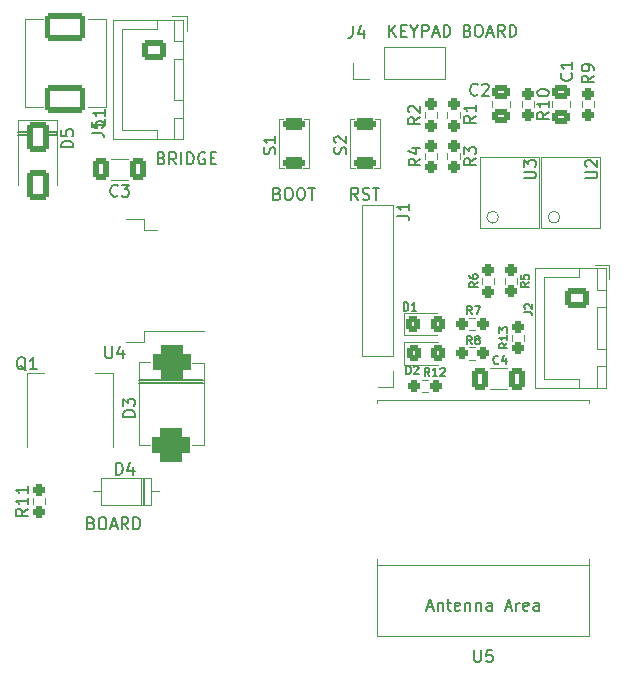
<source format=gbr>
%TF.GenerationSoftware,KiCad,Pcbnew,8.0.1*%
%TF.CreationDate,2024-05-08T12:06:43+02:00*%
%TF.ProjectId,SommerESP,536f6d6d-6572-4455-9350-2e6b69636164,rev?*%
%TF.SameCoordinates,Original*%
%TF.FileFunction,Legend,Top*%
%TF.FilePolarity,Positive*%
%FSLAX46Y46*%
G04 Gerber Fmt 4.6, Leading zero omitted, Abs format (unit mm)*
G04 Created by KiCad (PCBNEW 8.0.1) date 2024-05-08 12:06:43*
%MOMM*%
%LPD*%
G01*
G04 APERTURE LIST*
G04 Aperture macros list*
%AMRoundRect*
0 Rectangle with rounded corners*
0 $1 Rounding radius*
0 $2 $3 $4 $5 $6 $7 $8 $9 X,Y pos of 4 corners*
0 Add a 4 corners polygon primitive as box body*
4,1,4,$2,$3,$4,$5,$6,$7,$8,$9,$2,$3,0*
0 Add four circle primitives for the rounded corners*
1,1,$1+$1,$2,$3*
1,1,$1+$1,$4,$5*
1,1,$1+$1,$6,$7*
1,1,$1+$1,$8,$9*
0 Add four rect primitives between the rounded corners*
20,1,$1+$1,$2,$3,$4,$5,0*
20,1,$1+$1,$4,$5,$6,$7,0*
20,1,$1+$1,$6,$7,$8,$9,0*
20,1,$1+$1,$8,$9,$2,$3,0*%
G04 Aperture macros list end*
%ADD10C,0.150000*%
%ADD11C,0.120000*%
%ADD12RoundRect,0.237500X0.250000X0.237500X-0.250000X0.237500X-0.250000X-0.237500X0.250000X-0.237500X0*%
%ADD13RoundRect,0.237500X-0.237500X0.250000X-0.237500X-0.250000X0.237500X-0.250000X0.237500X0.250000X0*%
%ADD14RoundRect,0.250000X0.412500X0.650000X-0.412500X0.650000X-0.412500X-0.650000X0.412500X-0.650000X0*%
%ADD15R,1.500000X1.900000*%
%ADD16R,1.700000X1.700000*%
%ADD17O,1.700000X1.700000*%
%ADD18RoundRect,0.250000X-0.650000X1.000000X-0.650000X-1.000000X0.650000X-1.000000X0.650000X1.000000X0*%
%ADD19RoundRect,0.237500X0.237500X-0.250000X0.237500X0.250000X-0.237500X0.250000X-0.237500X-0.250000X0*%
%ADD20RoundRect,0.250000X0.650000X0.250000X-0.650000X0.250000X-0.650000X-0.250000X0.650000X-0.250000X0*%
%ADD21RoundRect,0.250000X-0.325000X-0.450000X0.325000X-0.450000X0.325000X0.450000X-0.325000X0.450000X0*%
%ADD22C,0.500000*%
%ADD23RoundRect,0.250000X-0.725000X0.600000X-0.725000X-0.600000X0.725000X-0.600000X0.725000X0.600000X0*%
%ADD24O,1.950000X1.700000*%
%ADD25R,1.500000X0.900000*%
%ADD26R,0.700000X0.700000*%
%ADD27RoundRect,0.235000X1.465000X-0.940000X1.465000X0.940000X-1.465000X0.940000X-1.465000X-0.940000X0*%
%ADD28R,4.600000X1.100000*%
%ADD29R,9.400000X10.800000*%
%ADD30R,1.400000X1.700000*%
%ADD31R,4.000000X1.800000*%
%ADD32RoundRect,0.250000X-0.475000X0.337500X-0.475000X-0.337500X0.475000X-0.337500X0.475000X0.337500X0*%
%ADD33R,1.600000X1.600000*%
%ADD34O,1.600000X1.600000*%
%ADD35RoundRect,0.700000X0.950000X-0.700000X0.950000X0.700000X-0.950000X0.700000X-0.950000X-0.700000X0*%
%ADD36RoundRect,0.237500X-0.250000X-0.237500X0.250000X-0.237500X0.250000X0.237500X-0.250000X0.237500X0*%
G04 APERTURE END LIST*
D10*
X93425000Y-61925000D02*
X93425000Y-62050000D01*
X90125000Y-61850000D02*
X93425000Y-61850000D01*
X105800000Y-82875000D02*
X100350000Y-82875000D01*
X93425000Y-62075000D02*
X90125000Y-62075000D01*
X105800000Y-83100000D02*
X100350000Y-83100000D01*
X102270112Y-64046009D02*
X102412969Y-64093628D01*
X102412969Y-64093628D02*
X102460588Y-64141247D01*
X102460588Y-64141247D02*
X102508207Y-64236485D01*
X102508207Y-64236485D02*
X102508207Y-64379342D01*
X102508207Y-64379342D02*
X102460588Y-64474580D01*
X102460588Y-64474580D02*
X102412969Y-64522200D01*
X102412969Y-64522200D02*
X102317731Y-64569819D01*
X102317731Y-64569819D02*
X101936779Y-64569819D01*
X101936779Y-64569819D02*
X101936779Y-63569819D01*
X101936779Y-63569819D02*
X102270112Y-63569819D01*
X102270112Y-63569819D02*
X102365350Y-63617438D01*
X102365350Y-63617438D02*
X102412969Y-63665057D01*
X102412969Y-63665057D02*
X102460588Y-63760295D01*
X102460588Y-63760295D02*
X102460588Y-63855533D01*
X102460588Y-63855533D02*
X102412969Y-63950771D01*
X102412969Y-63950771D02*
X102365350Y-63998390D01*
X102365350Y-63998390D02*
X102270112Y-64046009D01*
X102270112Y-64046009D02*
X101936779Y-64046009D01*
X103508207Y-64569819D02*
X103174874Y-64093628D01*
X102936779Y-64569819D02*
X102936779Y-63569819D01*
X102936779Y-63569819D02*
X103317731Y-63569819D01*
X103317731Y-63569819D02*
X103412969Y-63617438D01*
X103412969Y-63617438D02*
X103460588Y-63665057D01*
X103460588Y-63665057D02*
X103508207Y-63760295D01*
X103508207Y-63760295D02*
X103508207Y-63903152D01*
X103508207Y-63903152D02*
X103460588Y-63998390D01*
X103460588Y-63998390D02*
X103412969Y-64046009D01*
X103412969Y-64046009D02*
X103317731Y-64093628D01*
X103317731Y-64093628D02*
X102936779Y-64093628D01*
X103936779Y-64569819D02*
X103936779Y-63569819D01*
X104412969Y-64569819D02*
X104412969Y-63569819D01*
X104412969Y-63569819D02*
X104651064Y-63569819D01*
X104651064Y-63569819D02*
X104793921Y-63617438D01*
X104793921Y-63617438D02*
X104889159Y-63712676D01*
X104889159Y-63712676D02*
X104936778Y-63807914D01*
X104936778Y-63807914D02*
X104984397Y-63998390D01*
X104984397Y-63998390D02*
X104984397Y-64141247D01*
X104984397Y-64141247D02*
X104936778Y-64331723D01*
X104936778Y-64331723D02*
X104889159Y-64426961D01*
X104889159Y-64426961D02*
X104793921Y-64522200D01*
X104793921Y-64522200D02*
X104651064Y-64569819D01*
X104651064Y-64569819D02*
X104412969Y-64569819D01*
X105936778Y-63617438D02*
X105841540Y-63569819D01*
X105841540Y-63569819D02*
X105698683Y-63569819D01*
X105698683Y-63569819D02*
X105555826Y-63617438D01*
X105555826Y-63617438D02*
X105460588Y-63712676D01*
X105460588Y-63712676D02*
X105412969Y-63807914D01*
X105412969Y-63807914D02*
X105365350Y-63998390D01*
X105365350Y-63998390D02*
X105365350Y-64141247D01*
X105365350Y-64141247D02*
X105412969Y-64331723D01*
X105412969Y-64331723D02*
X105460588Y-64426961D01*
X105460588Y-64426961D02*
X105555826Y-64522200D01*
X105555826Y-64522200D02*
X105698683Y-64569819D01*
X105698683Y-64569819D02*
X105793921Y-64569819D01*
X105793921Y-64569819D02*
X105936778Y-64522200D01*
X105936778Y-64522200D02*
X105984397Y-64474580D01*
X105984397Y-64474580D02*
X105984397Y-64141247D01*
X105984397Y-64141247D02*
X105793921Y-64141247D01*
X106412969Y-64046009D02*
X106746302Y-64046009D01*
X106889159Y-64569819D02*
X106412969Y-64569819D01*
X106412969Y-64569819D02*
X106412969Y-63569819D01*
X106412969Y-63569819D02*
X106889159Y-63569819D01*
X118908207Y-67569819D02*
X118574874Y-67093628D01*
X118336779Y-67569819D02*
X118336779Y-66569819D01*
X118336779Y-66569819D02*
X118717731Y-66569819D01*
X118717731Y-66569819D02*
X118812969Y-66617438D01*
X118812969Y-66617438D02*
X118860588Y-66665057D01*
X118860588Y-66665057D02*
X118908207Y-66760295D01*
X118908207Y-66760295D02*
X118908207Y-66903152D01*
X118908207Y-66903152D02*
X118860588Y-66998390D01*
X118860588Y-66998390D02*
X118812969Y-67046009D01*
X118812969Y-67046009D02*
X118717731Y-67093628D01*
X118717731Y-67093628D02*
X118336779Y-67093628D01*
X119289160Y-67522200D02*
X119432017Y-67569819D01*
X119432017Y-67569819D02*
X119670112Y-67569819D01*
X119670112Y-67569819D02*
X119765350Y-67522200D01*
X119765350Y-67522200D02*
X119812969Y-67474580D01*
X119812969Y-67474580D02*
X119860588Y-67379342D01*
X119860588Y-67379342D02*
X119860588Y-67284104D01*
X119860588Y-67284104D02*
X119812969Y-67188866D01*
X119812969Y-67188866D02*
X119765350Y-67141247D01*
X119765350Y-67141247D02*
X119670112Y-67093628D01*
X119670112Y-67093628D02*
X119479636Y-67046009D01*
X119479636Y-67046009D02*
X119384398Y-66998390D01*
X119384398Y-66998390D02*
X119336779Y-66950771D01*
X119336779Y-66950771D02*
X119289160Y-66855533D01*
X119289160Y-66855533D02*
X119289160Y-66760295D01*
X119289160Y-66760295D02*
X119336779Y-66665057D01*
X119336779Y-66665057D02*
X119384398Y-66617438D01*
X119384398Y-66617438D02*
X119479636Y-66569819D01*
X119479636Y-66569819D02*
X119717731Y-66569819D01*
X119717731Y-66569819D02*
X119860588Y-66617438D01*
X120146303Y-66569819D02*
X120717731Y-66569819D01*
X120432017Y-67569819D02*
X120432017Y-66569819D01*
X121536779Y-53769819D02*
X121536779Y-52769819D01*
X122108207Y-53769819D02*
X121679636Y-53198390D01*
X122108207Y-52769819D02*
X121536779Y-53341247D01*
X122536779Y-53246009D02*
X122870112Y-53246009D01*
X123012969Y-53769819D02*
X122536779Y-53769819D01*
X122536779Y-53769819D02*
X122536779Y-52769819D01*
X122536779Y-52769819D02*
X123012969Y-52769819D01*
X123632017Y-53293628D02*
X123632017Y-53769819D01*
X123298684Y-52769819D02*
X123632017Y-53293628D01*
X123632017Y-53293628D02*
X123965350Y-52769819D01*
X124298684Y-53769819D02*
X124298684Y-52769819D01*
X124298684Y-52769819D02*
X124679636Y-52769819D01*
X124679636Y-52769819D02*
X124774874Y-52817438D01*
X124774874Y-52817438D02*
X124822493Y-52865057D01*
X124822493Y-52865057D02*
X124870112Y-52960295D01*
X124870112Y-52960295D02*
X124870112Y-53103152D01*
X124870112Y-53103152D02*
X124822493Y-53198390D01*
X124822493Y-53198390D02*
X124774874Y-53246009D01*
X124774874Y-53246009D02*
X124679636Y-53293628D01*
X124679636Y-53293628D02*
X124298684Y-53293628D01*
X125251065Y-53484104D02*
X125727255Y-53484104D01*
X125155827Y-53769819D02*
X125489160Y-52769819D01*
X125489160Y-52769819D02*
X125822493Y-53769819D01*
X126155827Y-53769819D02*
X126155827Y-52769819D01*
X126155827Y-52769819D02*
X126393922Y-52769819D01*
X126393922Y-52769819D02*
X126536779Y-52817438D01*
X126536779Y-52817438D02*
X126632017Y-52912676D01*
X126632017Y-52912676D02*
X126679636Y-53007914D01*
X126679636Y-53007914D02*
X126727255Y-53198390D01*
X126727255Y-53198390D02*
X126727255Y-53341247D01*
X126727255Y-53341247D02*
X126679636Y-53531723D01*
X126679636Y-53531723D02*
X126632017Y-53626961D01*
X126632017Y-53626961D02*
X126536779Y-53722200D01*
X126536779Y-53722200D02*
X126393922Y-53769819D01*
X126393922Y-53769819D02*
X126155827Y-53769819D01*
X96320112Y-94946009D02*
X96462969Y-94993628D01*
X96462969Y-94993628D02*
X96510588Y-95041247D01*
X96510588Y-95041247D02*
X96558207Y-95136485D01*
X96558207Y-95136485D02*
X96558207Y-95279342D01*
X96558207Y-95279342D02*
X96510588Y-95374580D01*
X96510588Y-95374580D02*
X96462969Y-95422200D01*
X96462969Y-95422200D02*
X96367731Y-95469819D01*
X96367731Y-95469819D02*
X95986779Y-95469819D01*
X95986779Y-95469819D02*
X95986779Y-94469819D01*
X95986779Y-94469819D02*
X96320112Y-94469819D01*
X96320112Y-94469819D02*
X96415350Y-94517438D01*
X96415350Y-94517438D02*
X96462969Y-94565057D01*
X96462969Y-94565057D02*
X96510588Y-94660295D01*
X96510588Y-94660295D02*
X96510588Y-94755533D01*
X96510588Y-94755533D02*
X96462969Y-94850771D01*
X96462969Y-94850771D02*
X96415350Y-94898390D01*
X96415350Y-94898390D02*
X96320112Y-94946009D01*
X96320112Y-94946009D02*
X95986779Y-94946009D01*
X97177255Y-94469819D02*
X97367731Y-94469819D01*
X97367731Y-94469819D02*
X97462969Y-94517438D01*
X97462969Y-94517438D02*
X97558207Y-94612676D01*
X97558207Y-94612676D02*
X97605826Y-94803152D01*
X97605826Y-94803152D02*
X97605826Y-95136485D01*
X97605826Y-95136485D02*
X97558207Y-95326961D01*
X97558207Y-95326961D02*
X97462969Y-95422200D01*
X97462969Y-95422200D02*
X97367731Y-95469819D01*
X97367731Y-95469819D02*
X97177255Y-95469819D01*
X97177255Y-95469819D02*
X97082017Y-95422200D01*
X97082017Y-95422200D02*
X96986779Y-95326961D01*
X96986779Y-95326961D02*
X96939160Y-95136485D01*
X96939160Y-95136485D02*
X96939160Y-94803152D01*
X96939160Y-94803152D02*
X96986779Y-94612676D01*
X96986779Y-94612676D02*
X97082017Y-94517438D01*
X97082017Y-94517438D02*
X97177255Y-94469819D01*
X97986779Y-95184104D02*
X98462969Y-95184104D01*
X97891541Y-95469819D02*
X98224874Y-94469819D01*
X98224874Y-94469819D02*
X98558207Y-95469819D01*
X99462969Y-95469819D02*
X99129636Y-94993628D01*
X98891541Y-95469819D02*
X98891541Y-94469819D01*
X98891541Y-94469819D02*
X99272493Y-94469819D01*
X99272493Y-94469819D02*
X99367731Y-94517438D01*
X99367731Y-94517438D02*
X99415350Y-94565057D01*
X99415350Y-94565057D02*
X99462969Y-94660295D01*
X99462969Y-94660295D02*
X99462969Y-94803152D01*
X99462969Y-94803152D02*
X99415350Y-94898390D01*
X99415350Y-94898390D02*
X99367731Y-94946009D01*
X99367731Y-94946009D02*
X99272493Y-94993628D01*
X99272493Y-94993628D02*
X98891541Y-94993628D01*
X99891541Y-95469819D02*
X99891541Y-94469819D01*
X99891541Y-94469819D02*
X100129636Y-94469819D01*
X100129636Y-94469819D02*
X100272493Y-94517438D01*
X100272493Y-94517438D02*
X100367731Y-94612676D01*
X100367731Y-94612676D02*
X100415350Y-94707914D01*
X100415350Y-94707914D02*
X100462969Y-94898390D01*
X100462969Y-94898390D02*
X100462969Y-95041247D01*
X100462969Y-95041247D02*
X100415350Y-95231723D01*
X100415350Y-95231723D02*
X100367731Y-95326961D01*
X100367731Y-95326961D02*
X100272493Y-95422200D01*
X100272493Y-95422200D02*
X100129636Y-95469819D01*
X100129636Y-95469819D02*
X99891541Y-95469819D01*
X112070112Y-67046009D02*
X112212969Y-67093628D01*
X112212969Y-67093628D02*
X112260588Y-67141247D01*
X112260588Y-67141247D02*
X112308207Y-67236485D01*
X112308207Y-67236485D02*
X112308207Y-67379342D01*
X112308207Y-67379342D02*
X112260588Y-67474580D01*
X112260588Y-67474580D02*
X112212969Y-67522200D01*
X112212969Y-67522200D02*
X112117731Y-67569819D01*
X112117731Y-67569819D02*
X111736779Y-67569819D01*
X111736779Y-67569819D02*
X111736779Y-66569819D01*
X111736779Y-66569819D02*
X112070112Y-66569819D01*
X112070112Y-66569819D02*
X112165350Y-66617438D01*
X112165350Y-66617438D02*
X112212969Y-66665057D01*
X112212969Y-66665057D02*
X112260588Y-66760295D01*
X112260588Y-66760295D02*
X112260588Y-66855533D01*
X112260588Y-66855533D02*
X112212969Y-66950771D01*
X112212969Y-66950771D02*
X112165350Y-66998390D01*
X112165350Y-66998390D02*
X112070112Y-67046009D01*
X112070112Y-67046009D02*
X111736779Y-67046009D01*
X112927255Y-66569819D02*
X113117731Y-66569819D01*
X113117731Y-66569819D02*
X113212969Y-66617438D01*
X113212969Y-66617438D02*
X113308207Y-66712676D01*
X113308207Y-66712676D02*
X113355826Y-66903152D01*
X113355826Y-66903152D02*
X113355826Y-67236485D01*
X113355826Y-67236485D02*
X113308207Y-67426961D01*
X113308207Y-67426961D02*
X113212969Y-67522200D01*
X113212969Y-67522200D02*
X113117731Y-67569819D01*
X113117731Y-67569819D02*
X112927255Y-67569819D01*
X112927255Y-67569819D02*
X112832017Y-67522200D01*
X112832017Y-67522200D02*
X112736779Y-67426961D01*
X112736779Y-67426961D02*
X112689160Y-67236485D01*
X112689160Y-67236485D02*
X112689160Y-66903152D01*
X112689160Y-66903152D02*
X112736779Y-66712676D01*
X112736779Y-66712676D02*
X112832017Y-66617438D01*
X112832017Y-66617438D02*
X112927255Y-66569819D01*
X113974874Y-66569819D02*
X114165350Y-66569819D01*
X114165350Y-66569819D02*
X114260588Y-66617438D01*
X114260588Y-66617438D02*
X114355826Y-66712676D01*
X114355826Y-66712676D02*
X114403445Y-66903152D01*
X114403445Y-66903152D02*
X114403445Y-67236485D01*
X114403445Y-67236485D02*
X114355826Y-67426961D01*
X114355826Y-67426961D02*
X114260588Y-67522200D01*
X114260588Y-67522200D02*
X114165350Y-67569819D01*
X114165350Y-67569819D02*
X113974874Y-67569819D01*
X113974874Y-67569819D02*
X113879636Y-67522200D01*
X113879636Y-67522200D02*
X113784398Y-67426961D01*
X113784398Y-67426961D02*
X113736779Y-67236485D01*
X113736779Y-67236485D02*
X113736779Y-66903152D01*
X113736779Y-66903152D02*
X113784398Y-66712676D01*
X113784398Y-66712676D02*
X113879636Y-66617438D01*
X113879636Y-66617438D02*
X113974874Y-66569819D01*
X114689160Y-66569819D02*
X115260588Y-66569819D01*
X114974874Y-67569819D02*
X114974874Y-66569819D01*
X128170112Y-53246009D02*
X128312969Y-53293628D01*
X128312969Y-53293628D02*
X128360588Y-53341247D01*
X128360588Y-53341247D02*
X128408207Y-53436485D01*
X128408207Y-53436485D02*
X128408207Y-53579342D01*
X128408207Y-53579342D02*
X128360588Y-53674580D01*
X128360588Y-53674580D02*
X128312969Y-53722200D01*
X128312969Y-53722200D02*
X128217731Y-53769819D01*
X128217731Y-53769819D02*
X127836779Y-53769819D01*
X127836779Y-53769819D02*
X127836779Y-52769819D01*
X127836779Y-52769819D02*
X128170112Y-52769819D01*
X128170112Y-52769819D02*
X128265350Y-52817438D01*
X128265350Y-52817438D02*
X128312969Y-52865057D01*
X128312969Y-52865057D02*
X128360588Y-52960295D01*
X128360588Y-52960295D02*
X128360588Y-53055533D01*
X128360588Y-53055533D02*
X128312969Y-53150771D01*
X128312969Y-53150771D02*
X128265350Y-53198390D01*
X128265350Y-53198390D02*
X128170112Y-53246009D01*
X128170112Y-53246009D02*
X127836779Y-53246009D01*
X129027255Y-52769819D02*
X129217731Y-52769819D01*
X129217731Y-52769819D02*
X129312969Y-52817438D01*
X129312969Y-52817438D02*
X129408207Y-52912676D01*
X129408207Y-52912676D02*
X129455826Y-53103152D01*
X129455826Y-53103152D02*
X129455826Y-53436485D01*
X129455826Y-53436485D02*
X129408207Y-53626961D01*
X129408207Y-53626961D02*
X129312969Y-53722200D01*
X129312969Y-53722200D02*
X129217731Y-53769819D01*
X129217731Y-53769819D02*
X129027255Y-53769819D01*
X129027255Y-53769819D02*
X128932017Y-53722200D01*
X128932017Y-53722200D02*
X128836779Y-53626961D01*
X128836779Y-53626961D02*
X128789160Y-53436485D01*
X128789160Y-53436485D02*
X128789160Y-53103152D01*
X128789160Y-53103152D02*
X128836779Y-52912676D01*
X128836779Y-52912676D02*
X128932017Y-52817438D01*
X128932017Y-52817438D02*
X129027255Y-52769819D01*
X129836779Y-53484104D02*
X130312969Y-53484104D01*
X129741541Y-53769819D02*
X130074874Y-52769819D01*
X130074874Y-52769819D02*
X130408207Y-53769819D01*
X131312969Y-53769819D02*
X130979636Y-53293628D01*
X130741541Y-53769819D02*
X130741541Y-52769819D01*
X130741541Y-52769819D02*
X131122493Y-52769819D01*
X131122493Y-52769819D02*
X131217731Y-52817438D01*
X131217731Y-52817438D02*
X131265350Y-52865057D01*
X131265350Y-52865057D02*
X131312969Y-52960295D01*
X131312969Y-52960295D02*
X131312969Y-53103152D01*
X131312969Y-53103152D02*
X131265350Y-53198390D01*
X131265350Y-53198390D02*
X131217731Y-53246009D01*
X131217731Y-53246009D02*
X131122493Y-53293628D01*
X131122493Y-53293628D02*
X130741541Y-53293628D01*
X131741541Y-53769819D02*
X131741541Y-52769819D01*
X131741541Y-52769819D02*
X131979636Y-52769819D01*
X131979636Y-52769819D02*
X132122493Y-52817438D01*
X132122493Y-52817438D02*
X132217731Y-52912676D01*
X132217731Y-52912676D02*
X132265350Y-53007914D01*
X132265350Y-53007914D02*
X132312969Y-53198390D01*
X132312969Y-53198390D02*
X132312969Y-53341247D01*
X132312969Y-53341247D02*
X132265350Y-53531723D01*
X132265350Y-53531723D02*
X132217731Y-53626961D01*
X132217731Y-53626961D02*
X132122493Y-53722200D01*
X132122493Y-53722200D02*
X131979636Y-53769819D01*
X131979636Y-53769819D02*
X131741541Y-53769819D01*
X128533333Y-79796033D02*
X128300000Y-79462700D01*
X128133333Y-79796033D02*
X128133333Y-79096033D01*
X128133333Y-79096033D02*
X128400000Y-79096033D01*
X128400000Y-79096033D02*
X128466667Y-79129366D01*
X128466667Y-79129366D02*
X128500000Y-79162700D01*
X128500000Y-79162700D02*
X128533333Y-79229366D01*
X128533333Y-79229366D02*
X128533333Y-79329366D01*
X128533333Y-79329366D02*
X128500000Y-79396033D01*
X128500000Y-79396033D02*
X128466667Y-79429366D01*
X128466667Y-79429366D02*
X128400000Y-79462700D01*
X128400000Y-79462700D02*
X128133333Y-79462700D01*
X128933333Y-79396033D02*
X128866667Y-79362700D01*
X128866667Y-79362700D02*
X128833333Y-79329366D01*
X128833333Y-79329366D02*
X128800000Y-79262700D01*
X128800000Y-79262700D02*
X128800000Y-79229366D01*
X128800000Y-79229366D02*
X128833333Y-79162700D01*
X128833333Y-79162700D02*
X128866667Y-79129366D01*
X128866667Y-79129366D02*
X128933333Y-79096033D01*
X128933333Y-79096033D02*
X129066667Y-79096033D01*
X129066667Y-79096033D02*
X129133333Y-79129366D01*
X129133333Y-79129366D02*
X129166667Y-79162700D01*
X129166667Y-79162700D02*
X129200000Y-79229366D01*
X129200000Y-79229366D02*
X129200000Y-79262700D01*
X129200000Y-79262700D02*
X129166667Y-79329366D01*
X129166667Y-79329366D02*
X129133333Y-79362700D01*
X129133333Y-79362700D02*
X129066667Y-79396033D01*
X129066667Y-79396033D02*
X128933333Y-79396033D01*
X128933333Y-79396033D02*
X128866667Y-79429366D01*
X128866667Y-79429366D02*
X128833333Y-79462700D01*
X128833333Y-79462700D02*
X128800000Y-79529366D01*
X128800000Y-79529366D02*
X128800000Y-79662700D01*
X128800000Y-79662700D02*
X128833333Y-79729366D01*
X128833333Y-79729366D02*
X128866667Y-79762700D01*
X128866667Y-79762700D02*
X128933333Y-79796033D01*
X128933333Y-79796033D02*
X129066667Y-79796033D01*
X129066667Y-79796033D02*
X129133333Y-79762700D01*
X129133333Y-79762700D02*
X129166667Y-79729366D01*
X129166667Y-79729366D02*
X129200000Y-79662700D01*
X129200000Y-79662700D02*
X129200000Y-79529366D01*
X129200000Y-79529366D02*
X129166667Y-79462700D01*
X129166667Y-79462700D02*
X129133333Y-79429366D01*
X129133333Y-79429366D02*
X129066667Y-79396033D01*
X124154819Y-60566666D02*
X123678628Y-60899999D01*
X124154819Y-61138094D02*
X123154819Y-61138094D01*
X123154819Y-61138094D02*
X123154819Y-60757142D01*
X123154819Y-60757142D02*
X123202438Y-60661904D01*
X123202438Y-60661904D02*
X123250057Y-60614285D01*
X123250057Y-60614285D02*
X123345295Y-60566666D01*
X123345295Y-60566666D02*
X123488152Y-60566666D01*
X123488152Y-60566666D02*
X123583390Y-60614285D01*
X123583390Y-60614285D02*
X123631009Y-60661904D01*
X123631009Y-60661904D02*
X123678628Y-60757142D01*
X123678628Y-60757142D02*
X123678628Y-61138094D01*
X123250057Y-60185713D02*
X123202438Y-60138094D01*
X123202438Y-60138094D02*
X123154819Y-60042856D01*
X123154819Y-60042856D02*
X123154819Y-59804761D01*
X123154819Y-59804761D02*
X123202438Y-59709523D01*
X123202438Y-59709523D02*
X123250057Y-59661904D01*
X123250057Y-59661904D02*
X123345295Y-59614285D01*
X123345295Y-59614285D02*
X123440533Y-59614285D01*
X123440533Y-59614285D02*
X123583390Y-59661904D01*
X123583390Y-59661904D02*
X124154819Y-60233332D01*
X124154819Y-60233332D02*
X124154819Y-59614285D01*
X128884819Y-64066666D02*
X128408628Y-64399999D01*
X128884819Y-64638094D02*
X127884819Y-64638094D01*
X127884819Y-64638094D02*
X127884819Y-64257142D01*
X127884819Y-64257142D02*
X127932438Y-64161904D01*
X127932438Y-64161904D02*
X127980057Y-64114285D01*
X127980057Y-64114285D02*
X128075295Y-64066666D01*
X128075295Y-64066666D02*
X128218152Y-64066666D01*
X128218152Y-64066666D02*
X128313390Y-64114285D01*
X128313390Y-64114285D02*
X128361009Y-64161904D01*
X128361009Y-64161904D02*
X128408628Y-64257142D01*
X128408628Y-64257142D02*
X128408628Y-64638094D01*
X127884819Y-63733332D02*
X127884819Y-63114285D01*
X127884819Y-63114285D02*
X128265771Y-63447618D01*
X128265771Y-63447618D02*
X128265771Y-63304761D01*
X128265771Y-63304761D02*
X128313390Y-63209523D01*
X128313390Y-63209523D02*
X128361009Y-63161904D01*
X128361009Y-63161904D02*
X128456247Y-63114285D01*
X128456247Y-63114285D02*
X128694342Y-63114285D01*
X128694342Y-63114285D02*
X128789580Y-63161904D01*
X128789580Y-63161904D02*
X128837200Y-63209523D01*
X128837200Y-63209523D02*
X128884819Y-63304761D01*
X128884819Y-63304761D02*
X128884819Y-63590475D01*
X128884819Y-63590475D02*
X128837200Y-63685713D01*
X128837200Y-63685713D02*
X128789580Y-63733332D01*
X98558333Y-67209580D02*
X98510714Y-67257200D01*
X98510714Y-67257200D02*
X98367857Y-67304819D01*
X98367857Y-67304819D02*
X98272619Y-67304819D01*
X98272619Y-67304819D02*
X98129762Y-67257200D01*
X98129762Y-67257200D02*
X98034524Y-67161961D01*
X98034524Y-67161961D02*
X97986905Y-67066723D01*
X97986905Y-67066723D02*
X97939286Y-66876247D01*
X97939286Y-66876247D02*
X97939286Y-66733390D01*
X97939286Y-66733390D02*
X97986905Y-66542914D01*
X97986905Y-66542914D02*
X98034524Y-66447676D01*
X98034524Y-66447676D02*
X98129762Y-66352438D01*
X98129762Y-66352438D02*
X98272619Y-66304819D01*
X98272619Y-66304819D02*
X98367857Y-66304819D01*
X98367857Y-66304819D02*
X98510714Y-66352438D01*
X98510714Y-66352438D02*
X98558333Y-66400057D01*
X98891667Y-66304819D02*
X99510714Y-66304819D01*
X99510714Y-66304819D02*
X99177381Y-66685771D01*
X99177381Y-66685771D02*
X99320238Y-66685771D01*
X99320238Y-66685771D02*
X99415476Y-66733390D01*
X99415476Y-66733390D02*
X99463095Y-66781009D01*
X99463095Y-66781009D02*
X99510714Y-66876247D01*
X99510714Y-66876247D02*
X99510714Y-67114342D01*
X99510714Y-67114342D02*
X99463095Y-67209580D01*
X99463095Y-67209580D02*
X99415476Y-67257200D01*
X99415476Y-67257200D02*
X99320238Y-67304819D01*
X99320238Y-67304819D02*
X99034524Y-67304819D01*
X99034524Y-67304819D02*
X98939286Y-67257200D01*
X98939286Y-67257200D02*
X98891667Y-67209580D01*
X138154819Y-65761904D02*
X138964342Y-65761904D01*
X138964342Y-65761904D02*
X139059580Y-65714285D01*
X139059580Y-65714285D02*
X139107200Y-65666666D01*
X139107200Y-65666666D02*
X139154819Y-65571428D01*
X139154819Y-65571428D02*
X139154819Y-65380952D01*
X139154819Y-65380952D02*
X139107200Y-65285714D01*
X139107200Y-65285714D02*
X139059580Y-65238095D01*
X139059580Y-65238095D02*
X138964342Y-65190476D01*
X138964342Y-65190476D02*
X138154819Y-65190476D01*
X138250057Y-64761904D02*
X138202438Y-64714285D01*
X138202438Y-64714285D02*
X138154819Y-64619047D01*
X138154819Y-64619047D02*
X138154819Y-64380952D01*
X138154819Y-64380952D02*
X138202438Y-64285714D01*
X138202438Y-64285714D02*
X138250057Y-64238095D01*
X138250057Y-64238095D02*
X138345295Y-64190476D01*
X138345295Y-64190476D02*
X138440533Y-64190476D01*
X138440533Y-64190476D02*
X138583390Y-64238095D01*
X138583390Y-64238095D02*
X139154819Y-64809523D01*
X139154819Y-64809523D02*
X139154819Y-64190476D01*
X128533333Y-77266033D02*
X128300000Y-76932700D01*
X128133333Y-77266033D02*
X128133333Y-76566033D01*
X128133333Y-76566033D02*
X128400000Y-76566033D01*
X128400000Y-76566033D02*
X128466667Y-76599366D01*
X128466667Y-76599366D02*
X128500000Y-76632700D01*
X128500000Y-76632700D02*
X128533333Y-76699366D01*
X128533333Y-76699366D02*
X128533333Y-76799366D01*
X128533333Y-76799366D02*
X128500000Y-76866033D01*
X128500000Y-76866033D02*
X128466667Y-76899366D01*
X128466667Y-76899366D02*
X128400000Y-76932700D01*
X128400000Y-76932700D02*
X128133333Y-76932700D01*
X128766667Y-76566033D02*
X129233333Y-76566033D01*
X129233333Y-76566033D02*
X128933333Y-77266033D01*
X122229819Y-68908333D02*
X122944104Y-68908333D01*
X122944104Y-68908333D02*
X123086961Y-68955952D01*
X123086961Y-68955952D02*
X123182200Y-69051190D01*
X123182200Y-69051190D02*
X123229819Y-69194047D01*
X123229819Y-69194047D02*
X123229819Y-69289285D01*
X123229819Y-67908333D02*
X123229819Y-68479761D01*
X123229819Y-68194047D02*
X122229819Y-68194047D01*
X122229819Y-68194047D02*
X122372676Y-68289285D01*
X122372676Y-68289285D02*
X122467914Y-68384523D01*
X122467914Y-68384523D02*
X122515533Y-68479761D01*
X94779819Y-63138094D02*
X93779819Y-63138094D01*
X93779819Y-63138094D02*
X93779819Y-62899999D01*
X93779819Y-62899999D02*
X93827438Y-62757142D01*
X93827438Y-62757142D02*
X93922676Y-62661904D01*
X93922676Y-62661904D02*
X94017914Y-62614285D01*
X94017914Y-62614285D02*
X94208390Y-62566666D01*
X94208390Y-62566666D02*
X94351247Y-62566666D01*
X94351247Y-62566666D02*
X94541723Y-62614285D01*
X94541723Y-62614285D02*
X94636961Y-62661904D01*
X94636961Y-62661904D02*
X94732200Y-62757142D01*
X94732200Y-62757142D02*
X94779819Y-62899999D01*
X94779819Y-62899999D02*
X94779819Y-63138094D01*
X93779819Y-61661904D02*
X93779819Y-62138094D01*
X93779819Y-62138094D02*
X94256009Y-62185713D01*
X94256009Y-62185713D02*
X94208390Y-62138094D01*
X94208390Y-62138094D02*
X94160771Y-62042856D01*
X94160771Y-62042856D02*
X94160771Y-61804761D01*
X94160771Y-61804761D02*
X94208390Y-61709523D01*
X94208390Y-61709523D02*
X94256009Y-61661904D01*
X94256009Y-61661904D02*
X94351247Y-61614285D01*
X94351247Y-61614285D02*
X94589342Y-61614285D01*
X94589342Y-61614285D02*
X94684580Y-61661904D01*
X94684580Y-61661904D02*
X94732200Y-61709523D01*
X94732200Y-61709523D02*
X94779819Y-61804761D01*
X94779819Y-61804761D02*
X94779819Y-62042856D01*
X94779819Y-62042856D02*
X94732200Y-62138094D01*
X94732200Y-62138094D02*
X94684580Y-62185713D01*
X129036033Y-74536666D02*
X128702700Y-74769999D01*
X129036033Y-74936666D02*
X128336033Y-74936666D01*
X128336033Y-74936666D02*
X128336033Y-74669999D01*
X128336033Y-74669999D02*
X128369366Y-74603333D01*
X128369366Y-74603333D02*
X128402700Y-74569999D01*
X128402700Y-74569999D02*
X128469366Y-74536666D01*
X128469366Y-74536666D02*
X128569366Y-74536666D01*
X128569366Y-74536666D02*
X128636033Y-74569999D01*
X128636033Y-74569999D02*
X128669366Y-74603333D01*
X128669366Y-74603333D02*
X128702700Y-74669999D01*
X128702700Y-74669999D02*
X128702700Y-74936666D01*
X128336033Y-73936666D02*
X128336033Y-74069999D01*
X128336033Y-74069999D02*
X128369366Y-74136666D01*
X128369366Y-74136666D02*
X128402700Y-74169999D01*
X128402700Y-74169999D02*
X128502700Y-74236666D01*
X128502700Y-74236666D02*
X128636033Y-74269999D01*
X128636033Y-74269999D02*
X128902700Y-74269999D01*
X128902700Y-74269999D02*
X128969366Y-74236666D01*
X128969366Y-74236666D02*
X129002700Y-74203333D01*
X129002700Y-74203333D02*
X129036033Y-74136666D01*
X129036033Y-74136666D02*
X129036033Y-74003333D01*
X129036033Y-74003333D02*
X129002700Y-73936666D01*
X129002700Y-73936666D02*
X128969366Y-73903333D01*
X128969366Y-73903333D02*
X128902700Y-73869999D01*
X128902700Y-73869999D02*
X128736033Y-73869999D01*
X128736033Y-73869999D02*
X128669366Y-73903333D01*
X128669366Y-73903333D02*
X128636033Y-73936666D01*
X128636033Y-73936666D02*
X128602700Y-74003333D01*
X128602700Y-74003333D02*
X128602700Y-74136666D01*
X128602700Y-74136666D02*
X128636033Y-74203333D01*
X128636033Y-74203333D02*
X128669366Y-74236666D01*
X128669366Y-74236666D02*
X128736033Y-74269999D01*
X133376033Y-74576666D02*
X133042700Y-74809999D01*
X133376033Y-74976666D02*
X132676033Y-74976666D01*
X132676033Y-74976666D02*
X132676033Y-74709999D01*
X132676033Y-74709999D02*
X132709366Y-74643333D01*
X132709366Y-74643333D02*
X132742700Y-74609999D01*
X132742700Y-74609999D02*
X132809366Y-74576666D01*
X132809366Y-74576666D02*
X132909366Y-74576666D01*
X132909366Y-74576666D02*
X132976033Y-74609999D01*
X132976033Y-74609999D02*
X133009366Y-74643333D01*
X133009366Y-74643333D02*
X133042700Y-74709999D01*
X133042700Y-74709999D02*
X133042700Y-74976666D01*
X132676033Y-73943333D02*
X132676033Y-74276666D01*
X132676033Y-74276666D02*
X133009366Y-74309999D01*
X133009366Y-74309999D02*
X132976033Y-74276666D01*
X132976033Y-74276666D02*
X132942700Y-74209999D01*
X132942700Y-74209999D02*
X132942700Y-74043333D01*
X132942700Y-74043333D02*
X132976033Y-73976666D01*
X132976033Y-73976666D02*
X133009366Y-73943333D01*
X133009366Y-73943333D02*
X133076033Y-73909999D01*
X133076033Y-73909999D02*
X133242700Y-73909999D01*
X133242700Y-73909999D02*
X133309366Y-73943333D01*
X133309366Y-73943333D02*
X133342700Y-73976666D01*
X133342700Y-73976666D02*
X133376033Y-74043333D01*
X133376033Y-74043333D02*
X133376033Y-74209999D01*
X133376033Y-74209999D02*
X133342700Y-74276666D01*
X133342700Y-74276666D02*
X133309366Y-74309999D01*
X135054819Y-60142857D02*
X134578628Y-60476190D01*
X135054819Y-60714285D02*
X134054819Y-60714285D01*
X134054819Y-60714285D02*
X134054819Y-60333333D01*
X134054819Y-60333333D02*
X134102438Y-60238095D01*
X134102438Y-60238095D02*
X134150057Y-60190476D01*
X134150057Y-60190476D02*
X134245295Y-60142857D01*
X134245295Y-60142857D02*
X134388152Y-60142857D01*
X134388152Y-60142857D02*
X134483390Y-60190476D01*
X134483390Y-60190476D02*
X134531009Y-60238095D01*
X134531009Y-60238095D02*
X134578628Y-60333333D01*
X134578628Y-60333333D02*
X134578628Y-60714285D01*
X135054819Y-59190476D02*
X135054819Y-59761904D01*
X135054819Y-59476190D02*
X134054819Y-59476190D01*
X134054819Y-59476190D02*
X134197676Y-59571428D01*
X134197676Y-59571428D02*
X134292914Y-59666666D01*
X134292914Y-59666666D02*
X134340533Y-59761904D01*
X134054819Y-58571428D02*
X134054819Y-58476190D01*
X134054819Y-58476190D02*
X134102438Y-58380952D01*
X134102438Y-58380952D02*
X134150057Y-58333333D01*
X134150057Y-58333333D02*
X134245295Y-58285714D01*
X134245295Y-58285714D02*
X134435771Y-58238095D01*
X134435771Y-58238095D02*
X134673866Y-58238095D01*
X134673866Y-58238095D02*
X134864342Y-58285714D01*
X134864342Y-58285714D02*
X134959580Y-58333333D01*
X134959580Y-58333333D02*
X135007200Y-58380952D01*
X135007200Y-58380952D02*
X135054819Y-58476190D01*
X135054819Y-58476190D02*
X135054819Y-58571428D01*
X135054819Y-58571428D02*
X135007200Y-58666666D01*
X135007200Y-58666666D02*
X134959580Y-58714285D01*
X134959580Y-58714285D02*
X134864342Y-58761904D01*
X134864342Y-58761904D02*
X134673866Y-58809523D01*
X134673866Y-58809523D02*
X134435771Y-58809523D01*
X134435771Y-58809523D02*
X134245295Y-58761904D01*
X134245295Y-58761904D02*
X134150057Y-58714285D01*
X134150057Y-58714285D02*
X134102438Y-58666666D01*
X134102438Y-58666666D02*
X134054819Y-58571428D01*
X117857200Y-63711904D02*
X117904819Y-63569047D01*
X117904819Y-63569047D02*
X117904819Y-63330952D01*
X117904819Y-63330952D02*
X117857200Y-63235714D01*
X117857200Y-63235714D02*
X117809580Y-63188095D01*
X117809580Y-63188095D02*
X117714342Y-63140476D01*
X117714342Y-63140476D02*
X117619104Y-63140476D01*
X117619104Y-63140476D02*
X117523866Y-63188095D01*
X117523866Y-63188095D02*
X117476247Y-63235714D01*
X117476247Y-63235714D02*
X117428628Y-63330952D01*
X117428628Y-63330952D02*
X117381009Y-63521428D01*
X117381009Y-63521428D02*
X117333390Y-63616666D01*
X117333390Y-63616666D02*
X117285771Y-63664285D01*
X117285771Y-63664285D02*
X117190533Y-63711904D01*
X117190533Y-63711904D02*
X117095295Y-63711904D01*
X117095295Y-63711904D02*
X117000057Y-63664285D01*
X117000057Y-63664285D02*
X116952438Y-63616666D01*
X116952438Y-63616666D02*
X116904819Y-63521428D01*
X116904819Y-63521428D02*
X116904819Y-63283333D01*
X116904819Y-63283333D02*
X116952438Y-63140476D01*
X117000057Y-62759523D02*
X116952438Y-62711904D01*
X116952438Y-62711904D02*
X116904819Y-62616666D01*
X116904819Y-62616666D02*
X116904819Y-62378571D01*
X116904819Y-62378571D02*
X116952438Y-62283333D01*
X116952438Y-62283333D02*
X117000057Y-62235714D01*
X117000057Y-62235714D02*
X117095295Y-62188095D01*
X117095295Y-62188095D02*
X117190533Y-62188095D01*
X117190533Y-62188095D02*
X117333390Y-62235714D01*
X117333390Y-62235714D02*
X117904819Y-62807142D01*
X117904819Y-62807142D02*
X117904819Y-62188095D01*
X138854819Y-57066666D02*
X138378628Y-57399999D01*
X138854819Y-57638094D02*
X137854819Y-57638094D01*
X137854819Y-57638094D02*
X137854819Y-57257142D01*
X137854819Y-57257142D02*
X137902438Y-57161904D01*
X137902438Y-57161904D02*
X137950057Y-57114285D01*
X137950057Y-57114285D02*
X138045295Y-57066666D01*
X138045295Y-57066666D02*
X138188152Y-57066666D01*
X138188152Y-57066666D02*
X138283390Y-57114285D01*
X138283390Y-57114285D02*
X138331009Y-57161904D01*
X138331009Y-57161904D02*
X138378628Y-57257142D01*
X138378628Y-57257142D02*
X138378628Y-57638094D01*
X138854819Y-56590475D02*
X138854819Y-56399999D01*
X138854819Y-56399999D02*
X138807200Y-56304761D01*
X138807200Y-56304761D02*
X138759580Y-56257142D01*
X138759580Y-56257142D02*
X138616723Y-56161904D01*
X138616723Y-56161904D02*
X138426247Y-56114285D01*
X138426247Y-56114285D02*
X138045295Y-56114285D01*
X138045295Y-56114285D02*
X137950057Y-56161904D01*
X137950057Y-56161904D02*
X137902438Y-56209523D01*
X137902438Y-56209523D02*
X137854819Y-56304761D01*
X137854819Y-56304761D02*
X137854819Y-56495237D01*
X137854819Y-56495237D02*
X137902438Y-56590475D01*
X137902438Y-56590475D02*
X137950057Y-56638094D01*
X137950057Y-56638094D02*
X138045295Y-56685713D01*
X138045295Y-56685713D02*
X138283390Y-56685713D01*
X138283390Y-56685713D02*
X138378628Y-56638094D01*
X138378628Y-56638094D02*
X138426247Y-56590475D01*
X138426247Y-56590475D02*
X138473866Y-56495237D01*
X138473866Y-56495237D02*
X138473866Y-56304761D01*
X138473866Y-56304761D02*
X138426247Y-56209523D01*
X138426247Y-56209523D02*
X138378628Y-56161904D01*
X138378628Y-56161904D02*
X138283390Y-56114285D01*
X122983333Y-82336033D02*
X122983333Y-81636033D01*
X122983333Y-81636033D02*
X123150000Y-81636033D01*
X123150000Y-81636033D02*
X123250000Y-81669366D01*
X123250000Y-81669366D02*
X123316667Y-81736033D01*
X123316667Y-81736033D02*
X123350000Y-81802700D01*
X123350000Y-81802700D02*
X123383333Y-81936033D01*
X123383333Y-81936033D02*
X123383333Y-82036033D01*
X123383333Y-82036033D02*
X123350000Y-82169366D01*
X123350000Y-82169366D02*
X123316667Y-82236033D01*
X123316667Y-82236033D02*
X123250000Y-82302700D01*
X123250000Y-82302700D02*
X123150000Y-82336033D01*
X123150000Y-82336033D02*
X122983333Y-82336033D01*
X123650000Y-81702700D02*
X123683333Y-81669366D01*
X123683333Y-81669366D02*
X123750000Y-81636033D01*
X123750000Y-81636033D02*
X123916667Y-81636033D01*
X123916667Y-81636033D02*
X123983333Y-81669366D01*
X123983333Y-81669366D02*
X124016667Y-81702700D01*
X124016667Y-81702700D02*
X124050000Y-81769366D01*
X124050000Y-81769366D02*
X124050000Y-81836033D01*
X124050000Y-81836033D02*
X124016667Y-81936033D01*
X124016667Y-81936033D02*
X123616667Y-82336033D01*
X123616667Y-82336033D02*
X124050000Y-82336033D01*
X111857200Y-63711904D02*
X111904819Y-63569047D01*
X111904819Y-63569047D02*
X111904819Y-63330952D01*
X111904819Y-63330952D02*
X111857200Y-63235714D01*
X111857200Y-63235714D02*
X111809580Y-63188095D01*
X111809580Y-63188095D02*
X111714342Y-63140476D01*
X111714342Y-63140476D02*
X111619104Y-63140476D01*
X111619104Y-63140476D02*
X111523866Y-63188095D01*
X111523866Y-63188095D02*
X111476247Y-63235714D01*
X111476247Y-63235714D02*
X111428628Y-63330952D01*
X111428628Y-63330952D02*
X111381009Y-63521428D01*
X111381009Y-63521428D02*
X111333390Y-63616666D01*
X111333390Y-63616666D02*
X111285771Y-63664285D01*
X111285771Y-63664285D02*
X111190533Y-63711904D01*
X111190533Y-63711904D02*
X111095295Y-63711904D01*
X111095295Y-63711904D02*
X111000057Y-63664285D01*
X111000057Y-63664285D02*
X110952438Y-63616666D01*
X110952438Y-63616666D02*
X110904819Y-63521428D01*
X110904819Y-63521428D02*
X110904819Y-63283333D01*
X110904819Y-63283333D02*
X110952438Y-63140476D01*
X111904819Y-62188095D02*
X111904819Y-62759523D01*
X111904819Y-62473809D02*
X110904819Y-62473809D01*
X110904819Y-62473809D02*
X111047676Y-62569047D01*
X111047676Y-62569047D02*
X111142914Y-62664285D01*
X111142914Y-62664285D02*
X111190533Y-62759523D01*
X90924819Y-93742857D02*
X90448628Y-94076190D01*
X90924819Y-94314285D02*
X89924819Y-94314285D01*
X89924819Y-94314285D02*
X89924819Y-93933333D01*
X89924819Y-93933333D02*
X89972438Y-93838095D01*
X89972438Y-93838095D02*
X90020057Y-93790476D01*
X90020057Y-93790476D02*
X90115295Y-93742857D01*
X90115295Y-93742857D02*
X90258152Y-93742857D01*
X90258152Y-93742857D02*
X90353390Y-93790476D01*
X90353390Y-93790476D02*
X90401009Y-93838095D01*
X90401009Y-93838095D02*
X90448628Y-93933333D01*
X90448628Y-93933333D02*
X90448628Y-94314285D01*
X90924819Y-92790476D02*
X90924819Y-93361904D01*
X90924819Y-93076190D02*
X89924819Y-93076190D01*
X89924819Y-93076190D02*
X90067676Y-93171428D01*
X90067676Y-93171428D02*
X90162914Y-93266666D01*
X90162914Y-93266666D02*
X90210533Y-93361904D01*
X90924819Y-91838095D02*
X90924819Y-92409523D01*
X90924819Y-92123809D02*
X89924819Y-92123809D01*
X89924819Y-92123809D02*
X90067676Y-92219047D01*
X90067676Y-92219047D02*
X90162914Y-92314285D01*
X90162914Y-92314285D02*
X90210533Y-92409523D01*
X132966033Y-77093333D02*
X133466033Y-77093333D01*
X133466033Y-77093333D02*
X133566033Y-77126666D01*
X133566033Y-77126666D02*
X133632700Y-77193333D01*
X133632700Y-77193333D02*
X133666033Y-77293333D01*
X133666033Y-77293333D02*
X133666033Y-77360000D01*
X133032700Y-76793333D02*
X132999366Y-76760000D01*
X132999366Y-76760000D02*
X132966033Y-76693333D01*
X132966033Y-76693333D02*
X132966033Y-76526667D01*
X132966033Y-76526667D02*
X132999366Y-76460000D01*
X132999366Y-76460000D02*
X133032700Y-76426667D01*
X133032700Y-76426667D02*
X133099366Y-76393333D01*
X133099366Y-76393333D02*
X133166033Y-76393333D01*
X133166033Y-76393333D02*
X133266033Y-76426667D01*
X133266033Y-76426667D02*
X133666033Y-76826667D01*
X133666033Y-76826667D02*
X133666033Y-76393333D01*
X128738095Y-105704819D02*
X128738095Y-106514342D01*
X128738095Y-106514342D02*
X128785714Y-106609580D01*
X128785714Y-106609580D02*
X128833333Y-106657200D01*
X128833333Y-106657200D02*
X128928571Y-106704819D01*
X128928571Y-106704819D02*
X129119047Y-106704819D01*
X129119047Y-106704819D02*
X129214285Y-106657200D01*
X129214285Y-106657200D02*
X129261904Y-106609580D01*
X129261904Y-106609580D02*
X129309523Y-106514342D01*
X129309523Y-106514342D02*
X129309523Y-105704819D01*
X130261904Y-105704819D02*
X129785714Y-105704819D01*
X129785714Y-105704819D02*
X129738095Y-106181009D01*
X129738095Y-106181009D02*
X129785714Y-106133390D01*
X129785714Y-106133390D02*
X129880952Y-106085771D01*
X129880952Y-106085771D02*
X130119047Y-106085771D01*
X130119047Y-106085771D02*
X130214285Y-106133390D01*
X130214285Y-106133390D02*
X130261904Y-106181009D01*
X130261904Y-106181009D02*
X130309523Y-106276247D01*
X130309523Y-106276247D02*
X130309523Y-106514342D01*
X130309523Y-106514342D02*
X130261904Y-106609580D01*
X130261904Y-106609580D02*
X130214285Y-106657200D01*
X130214285Y-106657200D02*
X130119047Y-106704819D01*
X130119047Y-106704819D02*
X129880952Y-106704819D01*
X129880952Y-106704819D02*
X129785714Y-106657200D01*
X129785714Y-106657200D02*
X129738095Y-106609580D01*
X124738094Y-102069104D02*
X125214284Y-102069104D01*
X124642856Y-102354819D02*
X124976189Y-101354819D01*
X124976189Y-101354819D02*
X125309522Y-102354819D01*
X125642856Y-101688152D02*
X125642856Y-102354819D01*
X125642856Y-101783390D02*
X125690475Y-101735771D01*
X125690475Y-101735771D02*
X125785713Y-101688152D01*
X125785713Y-101688152D02*
X125928570Y-101688152D01*
X125928570Y-101688152D02*
X126023808Y-101735771D01*
X126023808Y-101735771D02*
X126071427Y-101831009D01*
X126071427Y-101831009D02*
X126071427Y-102354819D01*
X126404761Y-101688152D02*
X126785713Y-101688152D01*
X126547618Y-101354819D02*
X126547618Y-102211961D01*
X126547618Y-102211961D02*
X126595237Y-102307200D01*
X126595237Y-102307200D02*
X126690475Y-102354819D01*
X126690475Y-102354819D02*
X126785713Y-102354819D01*
X127499999Y-102307200D02*
X127404761Y-102354819D01*
X127404761Y-102354819D02*
X127214285Y-102354819D01*
X127214285Y-102354819D02*
X127119047Y-102307200D01*
X127119047Y-102307200D02*
X127071428Y-102211961D01*
X127071428Y-102211961D02*
X127071428Y-101831009D01*
X127071428Y-101831009D02*
X127119047Y-101735771D01*
X127119047Y-101735771D02*
X127214285Y-101688152D01*
X127214285Y-101688152D02*
X127404761Y-101688152D01*
X127404761Y-101688152D02*
X127499999Y-101735771D01*
X127499999Y-101735771D02*
X127547618Y-101831009D01*
X127547618Y-101831009D02*
X127547618Y-101926247D01*
X127547618Y-101926247D02*
X127071428Y-102021485D01*
X127976190Y-101688152D02*
X127976190Y-102354819D01*
X127976190Y-101783390D02*
X128023809Y-101735771D01*
X128023809Y-101735771D02*
X128119047Y-101688152D01*
X128119047Y-101688152D02*
X128261904Y-101688152D01*
X128261904Y-101688152D02*
X128357142Y-101735771D01*
X128357142Y-101735771D02*
X128404761Y-101831009D01*
X128404761Y-101831009D02*
X128404761Y-102354819D01*
X128880952Y-101688152D02*
X128880952Y-102354819D01*
X128880952Y-101783390D02*
X128928571Y-101735771D01*
X128928571Y-101735771D02*
X129023809Y-101688152D01*
X129023809Y-101688152D02*
X129166666Y-101688152D01*
X129166666Y-101688152D02*
X129261904Y-101735771D01*
X129261904Y-101735771D02*
X129309523Y-101831009D01*
X129309523Y-101831009D02*
X129309523Y-102354819D01*
X130214285Y-102354819D02*
X130214285Y-101831009D01*
X130214285Y-101831009D02*
X130166666Y-101735771D01*
X130166666Y-101735771D02*
X130071428Y-101688152D01*
X130071428Y-101688152D02*
X129880952Y-101688152D01*
X129880952Y-101688152D02*
X129785714Y-101735771D01*
X130214285Y-102307200D02*
X130119047Y-102354819D01*
X130119047Y-102354819D02*
X129880952Y-102354819D01*
X129880952Y-102354819D02*
X129785714Y-102307200D01*
X129785714Y-102307200D02*
X129738095Y-102211961D01*
X129738095Y-102211961D02*
X129738095Y-102116723D01*
X129738095Y-102116723D02*
X129785714Y-102021485D01*
X129785714Y-102021485D02*
X129880952Y-101973866D01*
X129880952Y-101973866D02*
X130119047Y-101973866D01*
X130119047Y-101973866D02*
X130214285Y-101926247D01*
X131404762Y-102069104D02*
X131880952Y-102069104D01*
X131309524Y-102354819D02*
X131642857Y-101354819D01*
X131642857Y-101354819D02*
X131976190Y-102354819D01*
X132309524Y-102354819D02*
X132309524Y-101688152D01*
X132309524Y-101878628D02*
X132357143Y-101783390D01*
X132357143Y-101783390D02*
X132404762Y-101735771D01*
X132404762Y-101735771D02*
X132500000Y-101688152D01*
X132500000Y-101688152D02*
X132595238Y-101688152D01*
X133309524Y-102307200D02*
X133214286Y-102354819D01*
X133214286Y-102354819D02*
X133023810Y-102354819D01*
X133023810Y-102354819D02*
X132928572Y-102307200D01*
X132928572Y-102307200D02*
X132880953Y-102211961D01*
X132880953Y-102211961D02*
X132880953Y-101831009D01*
X132880953Y-101831009D02*
X132928572Y-101735771D01*
X132928572Y-101735771D02*
X133023810Y-101688152D01*
X133023810Y-101688152D02*
X133214286Y-101688152D01*
X133214286Y-101688152D02*
X133309524Y-101735771D01*
X133309524Y-101735771D02*
X133357143Y-101831009D01*
X133357143Y-101831009D02*
X133357143Y-101926247D01*
X133357143Y-101926247D02*
X132880953Y-102021485D01*
X134214286Y-102354819D02*
X134214286Y-101831009D01*
X134214286Y-101831009D02*
X134166667Y-101735771D01*
X134166667Y-101735771D02*
X134071429Y-101688152D01*
X134071429Y-101688152D02*
X133880953Y-101688152D01*
X133880953Y-101688152D02*
X133785715Y-101735771D01*
X134214286Y-102307200D02*
X134119048Y-102354819D01*
X134119048Y-102354819D02*
X133880953Y-102354819D01*
X133880953Y-102354819D02*
X133785715Y-102307200D01*
X133785715Y-102307200D02*
X133738096Y-102211961D01*
X133738096Y-102211961D02*
X133738096Y-102116723D01*
X133738096Y-102116723D02*
X133785715Y-102021485D01*
X133785715Y-102021485D02*
X133880953Y-101973866D01*
X133880953Y-101973866D02*
X134119048Y-101973866D01*
X134119048Y-101973866D02*
X134214286Y-101926247D01*
X97454819Y-60766666D02*
X97454819Y-61242856D01*
X97454819Y-61242856D02*
X96454819Y-61242856D01*
X97454819Y-59909523D02*
X97454819Y-60480951D01*
X97454819Y-60195237D02*
X96454819Y-60195237D01*
X96454819Y-60195237D02*
X96597676Y-60290475D01*
X96597676Y-60290475D02*
X96692914Y-60385713D01*
X96692914Y-60385713D02*
X96740533Y-60480951D01*
X124179819Y-64091666D02*
X123703628Y-64424999D01*
X124179819Y-64663094D02*
X123179819Y-64663094D01*
X123179819Y-64663094D02*
X123179819Y-64282142D01*
X123179819Y-64282142D02*
X123227438Y-64186904D01*
X123227438Y-64186904D02*
X123275057Y-64139285D01*
X123275057Y-64139285D02*
X123370295Y-64091666D01*
X123370295Y-64091666D02*
X123513152Y-64091666D01*
X123513152Y-64091666D02*
X123608390Y-64139285D01*
X123608390Y-64139285D02*
X123656009Y-64186904D01*
X123656009Y-64186904D02*
X123703628Y-64282142D01*
X123703628Y-64282142D02*
X123703628Y-64663094D01*
X123513152Y-63234523D02*
X124179819Y-63234523D01*
X123132200Y-63472618D02*
X123846485Y-63710713D01*
X123846485Y-63710713D02*
X123846485Y-63091666D01*
X97513095Y-79979819D02*
X97513095Y-80789342D01*
X97513095Y-80789342D02*
X97560714Y-80884580D01*
X97560714Y-80884580D02*
X97608333Y-80932200D01*
X97608333Y-80932200D02*
X97703571Y-80979819D01*
X97703571Y-80979819D02*
X97894047Y-80979819D01*
X97894047Y-80979819D02*
X97989285Y-80932200D01*
X97989285Y-80932200D02*
X98036904Y-80884580D01*
X98036904Y-80884580D02*
X98084523Y-80789342D01*
X98084523Y-80789342D02*
X98084523Y-79979819D01*
X98989285Y-80313152D02*
X98989285Y-80979819D01*
X98751190Y-79932200D02*
X98513095Y-80646485D01*
X98513095Y-80646485D02*
X99132142Y-80646485D01*
X128854819Y-60466666D02*
X128378628Y-60799999D01*
X128854819Y-61038094D02*
X127854819Y-61038094D01*
X127854819Y-61038094D02*
X127854819Y-60657142D01*
X127854819Y-60657142D02*
X127902438Y-60561904D01*
X127902438Y-60561904D02*
X127950057Y-60514285D01*
X127950057Y-60514285D02*
X128045295Y-60466666D01*
X128045295Y-60466666D02*
X128188152Y-60466666D01*
X128188152Y-60466666D02*
X128283390Y-60514285D01*
X128283390Y-60514285D02*
X128331009Y-60561904D01*
X128331009Y-60561904D02*
X128378628Y-60657142D01*
X128378628Y-60657142D02*
X128378628Y-61038094D01*
X128854819Y-59514285D02*
X128854819Y-60085713D01*
X128854819Y-59799999D02*
X127854819Y-59799999D01*
X127854819Y-59799999D02*
X127997676Y-59895237D01*
X127997676Y-59895237D02*
X128092914Y-59990475D01*
X128092914Y-59990475D02*
X128140533Y-60085713D01*
X90779761Y-82025057D02*
X90684523Y-81977438D01*
X90684523Y-81977438D02*
X90589285Y-81882200D01*
X90589285Y-81882200D02*
X90446428Y-81739342D01*
X90446428Y-81739342D02*
X90351190Y-81691723D01*
X90351190Y-81691723D02*
X90255952Y-81691723D01*
X90303571Y-81929819D02*
X90208333Y-81882200D01*
X90208333Y-81882200D02*
X90113095Y-81786961D01*
X90113095Y-81786961D02*
X90065476Y-81596485D01*
X90065476Y-81596485D02*
X90065476Y-81263152D01*
X90065476Y-81263152D02*
X90113095Y-81072676D01*
X90113095Y-81072676D02*
X90208333Y-80977438D01*
X90208333Y-80977438D02*
X90303571Y-80929819D01*
X90303571Y-80929819D02*
X90494047Y-80929819D01*
X90494047Y-80929819D02*
X90589285Y-80977438D01*
X90589285Y-80977438D02*
X90684523Y-81072676D01*
X90684523Y-81072676D02*
X90732142Y-81263152D01*
X90732142Y-81263152D02*
X90732142Y-81596485D01*
X90732142Y-81596485D02*
X90684523Y-81786961D01*
X90684523Y-81786961D02*
X90589285Y-81882200D01*
X90589285Y-81882200D02*
X90494047Y-81929819D01*
X90494047Y-81929819D02*
X90303571Y-81929819D01*
X91684523Y-81929819D02*
X91113095Y-81929819D01*
X91398809Y-81929819D02*
X91398809Y-80929819D01*
X91398809Y-80929819D02*
X91303571Y-81072676D01*
X91303571Y-81072676D02*
X91208333Y-81167914D01*
X91208333Y-81167914D02*
X91113095Y-81215533D01*
X118466666Y-52854819D02*
X118466666Y-53569104D01*
X118466666Y-53569104D02*
X118419047Y-53711961D01*
X118419047Y-53711961D02*
X118323809Y-53807200D01*
X118323809Y-53807200D02*
X118180952Y-53854819D01*
X118180952Y-53854819D02*
X118085714Y-53854819D01*
X119371428Y-53188152D02*
X119371428Y-53854819D01*
X119133333Y-52807200D02*
X118895238Y-53521485D01*
X118895238Y-53521485D02*
X119514285Y-53521485D01*
X129033333Y-58659580D02*
X128985714Y-58707200D01*
X128985714Y-58707200D02*
X128842857Y-58754819D01*
X128842857Y-58754819D02*
X128747619Y-58754819D01*
X128747619Y-58754819D02*
X128604762Y-58707200D01*
X128604762Y-58707200D02*
X128509524Y-58611961D01*
X128509524Y-58611961D02*
X128461905Y-58516723D01*
X128461905Y-58516723D02*
X128414286Y-58326247D01*
X128414286Y-58326247D02*
X128414286Y-58183390D01*
X128414286Y-58183390D02*
X128461905Y-57992914D01*
X128461905Y-57992914D02*
X128509524Y-57897676D01*
X128509524Y-57897676D02*
X128604762Y-57802438D01*
X128604762Y-57802438D02*
X128747619Y-57754819D01*
X128747619Y-57754819D02*
X128842857Y-57754819D01*
X128842857Y-57754819D02*
X128985714Y-57802438D01*
X128985714Y-57802438D02*
X129033333Y-57850057D01*
X129414286Y-57850057D02*
X129461905Y-57802438D01*
X129461905Y-57802438D02*
X129557143Y-57754819D01*
X129557143Y-57754819D02*
X129795238Y-57754819D01*
X129795238Y-57754819D02*
X129890476Y-57802438D01*
X129890476Y-57802438D02*
X129938095Y-57850057D01*
X129938095Y-57850057D02*
X129985714Y-57945295D01*
X129985714Y-57945295D02*
X129985714Y-58040533D01*
X129985714Y-58040533D02*
X129938095Y-58183390D01*
X129938095Y-58183390D02*
X129366667Y-58754819D01*
X129366667Y-58754819D02*
X129985714Y-58754819D01*
X98406905Y-90839819D02*
X98406905Y-89839819D01*
X98406905Y-89839819D02*
X98645000Y-89839819D01*
X98645000Y-89839819D02*
X98787857Y-89887438D01*
X98787857Y-89887438D02*
X98883095Y-89982676D01*
X98883095Y-89982676D02*
X98930714Y-90077914D01*
X98930714Y-90077914D02*
X98978333Y-90268390D01*
X98978333Y-90268390D02*
X98978333Y-90411247D01*
X98978333Y-90411247D02*
X98930714Y-90601723D01*
X98930714Y-90601723D02*
X98883095Y-90696961D01*
X98883095Y-90696961D02*
X98787857Y-90792200D01*
X98787857Y-90792200D02*
X98645000Y-90839819D01*
X98645000Y-90839819D02*
X98406905Y-90839819D01*
X99835476Y-90173152D02*
X99835476Y-90839819D01*
X99597381Y-89792200D02*
X99359286Y-90506485D01*
X99359286Y-90506485D02*
X99978333Y-90506485D01*
X136959580Y-56866666D02*
X137007200Y-56914285D01*
X137007200Y-56914285D02*
X137054819Y-57057142D01*
X137054819Y-57057142D02*
X137054819Y-57152380D01*
X137054819Y-57152380D02*
X137007200Y-57295237D01*
X137007200Y-57295237D02*
X136911961Y-57390475D01*
X136911961Y-57390475D02*
X136816723Y-57438094D01*
X136816723Y-57438094D02*
X136626247Y-57485713D01*
X136626247Y-57485713D02*
X136483390Y-57485713D01*
X136483390Y-57485713D02*
X136292914Y-57438094D01*
X136292914Y-57438094D02*
X136197676Y-57390475D01*
X136197676Y-57390475D02*
X136102438Y-57295237D01*
X136102438Y-57295237D02*
X136054819Y-57152380D01*
X136054819Y-57152380D02*
X136054819Y-57057142D01*
X136054819Y-57057142D02*
X136102438Y-56914285D01*
X136102438Y-56914285D02*
X136150057Y-56866666D01*
X137054819Y-55914285D02*
X137054819Y-56485713D01*
X137054819Y-56199999D02*
X136054819Y-56199999D01*
X136054819Y-56199999D02*
X136197676Y-56295237D01*
X136197676Y-56295237D02*
X136292914Y-56390475D01*
X136292914Y-56390475D02*
X136340533Y-56485713D01*
X100004819Y-85938094D02*
X99004819Y-85938094D01*
X99004819Y-85938094D02*
X99004819Y-85699999D01*
X99004819Y-85699999D02*
X99052438Y-85557142D01*
X99052438Y-85557142D02*
X99147676Y-85461904D01*
X99147676Y-85461904D02*
X99242914Y-85414285D01*
X99242914Y-85414285D02*
X99433390Y-85366666D01*
X99433390Y-85366666D02*
X99576247Y-85366666D01*
X99576247Y-85366666D02*
X99766723Y-85414285D01*
X99766723Y-85414285D02*
X99861961Y-85461904D01*
X99861961Y-85461904D02*
X99957200Y-85557142D01*
X99957200Y-85557142D02*
X100004819Y-85699999D01*
X100004819Y-85699999D02*
X100004819Y-85938094D01*
X99004819Y-85033332D02*
X99004819Y-84414285D01*
X99004819Y-84414285D02*
X99385771Y-84747618D01*
X99385771Y-84747618D02*
X99385771Y-84604761D01*
X99385771Y-84604761D02*
X99433390Y-84509523D01*
X99433390Y-84509523D02*
X99481009Y-84461904D01*
X99481009Y-84461904D02*
X99576247Y-84414285D01*
X99576247Y-84414285D02*
X99814342Y-84414285D01*
X99814342Y-84414285D02*
X99909580Y-84461904D01*
X99909580Y-84461904D02*
X99957200Y-84509523D01*
X99957200Y-84509523D02*
X100004819Y-84604761D01*
X100004819Y-84604761D02*
X100004819Y-84890475D01*
X100004819Y-84890475D02*
X99957200Y-84985713D01*
X99957200Y-84985713D02*
X99909580Y-85033332D01*
X131556033Y-79720000D02*
X131222700Y-79953333D01*
X131556033Y-80120000D02*
X130856033Y-80120000D01*
X130856033Y-80120000D02*
X130856033Y-79853333D01*
X130856033Y-79853333D02*
X130889366Y-79786667D01*
X130889366Y-79786667D02*
X130922700Y-79753333D01*
X130922700Y-79753333D02*
X130989366Y-79720000D01*
X130989366Y-79720000D02*
X131089366Y-79720000D01*
X131089366Y-79720000D02*
X131156033Y-79753333D01*
X131156033Y-79753333D02*
X131189366Y-79786667D01*
X131189366Y-79786667D02*
X131222700Y-79853333D01*
X131222700Y-79853333D02*
X131222700Y-80120000D01*
X131556033Y-79053333D02*
X131556033Y-79453333D01*
X131556033Y-79253333D02*
X130856033Y-79253333D01*
X130856033Y-79253333D02*
X130956033Y-79320000D01*
X130956033Y-79320000D02*
X131022700Y-79386667D01*
X131022700Y-79386667D02*
X131056033Y-79453333D01*
X130856033Y-78820000D02*
X130856033Y-78386666D01*
X130856033Y-78386666D02*
X131122700Y-78620000D01*
X131122700Y-78620000D02*
X131122700Y-78520000D01*
X131122700Y-78520000D02*
X131156033Y-78453333D01*
X131156033Y-78453333D02*
X131189366Y-78420000D01*
X131189366Y-78420000D02*
X131256033Y-78386666D01*
X131256033Y-78386666D02*
X131422700Y-78386666D01*
X131422700Y-78386666D02*
X131489366Y-78420000D01*
X131489366Y-78420000D02*
X131522700Y-78453333D01*
X131522700Y-78453333D02*
X131556033Y-78520000D01*
X131556033Y-78520000D02*
X131556033Y-78720000D01*
X131556033Y-78720000D02*
X131522700Y-78786666D01*
X131522700Y-78786666D02*
X131489366Y-78820000D01*
X124949999Y-82496033D02*
X124716666Y-82162700D01*
X124549999Y-82496033D02*
X124549999Y-81796033D01*
X124549999Y-81796033D02*
X124816666Y-81796033D01*
X124816666Y-81796033D02*
X124883333Y-81829366D01*
X124883333Y-81829366D02*
X124916666Y-81862700D01*
X124916666Y-81862700D02*
X124949999Y-81929366D01*
X124949999Y-81929366D02*
X124949999Y-82029366D01*
X124949999Y-82029366D02*
X124916666Y-82096033D01*
X124916666Y-82096033D02*
X124883333Y-82129366D01*
X124883333Y-82129366D02*
X124816666Y-82162700D01*
X124816666Y-82162700D02*
X124549999Y-82162700D01*
X125616666Y-82496033D02*
X125216666Y-82496033D01*
X125416666Y-82496033D02*
X125416666Y-81796033D01*
X125416666Y-81796033D02*
X125349999Y-81896033D01*
X125349999Y-81896033D02*
X125283333Y-81962700D01*
X125283333Y-81962700D02*
X125216666Y-81996033D01*
X125883333Y-81862700D02*
X125916666Y-81829366D01*
X125916666Y-81829366D02*
X125983333Y-81796033D01*
X125983333Y-81796033D02*
X126150000Y-81796033D01*
X126150000Y-81796033D02*
X126216666Y-81829366D01*
X126216666Y-81829366D02*
X126250000Y-81862700D01*
X126250000Y-81862700D02*
X126283333Y-81929366D01*
X126283333Y-81929366D02*
X126283333Y-81996033D01*
X126283333Y-81996033D02*
X126250000Y-82096033D01*
X126250000Y-82096033D02*
X125850000Y-82496033D01*
X125850000Y-82496033D02*
X126283333Y-82496033D01*
X130793333Y-81409366D02*
X130760000Y-81442700D01*
X130760000Y-81442700D02*
X130660000Y-81476033D01*
X130660000Y-81476033D02*
X130593333Y-81476033D01*
X130593333Y-81476033D02*
X130493333Y-81442700D01*
X130493333Y-81442700D02*
X130426667Y-81376033D01*
X130426667Y-81376033D02*
X130393333Y-81309366D01*
X130393333Y-81309366D02*
X130360000Y-81176033D01*
X130360000Y-81176033D02*
X130360000Y-81076033D01*
X130360000Y-81076033D02*
X130393333Y-80942700D01*
X130393333Y-80942700D02*
X130426667Y-80876033D01*
X130426667Y-80876033D02*
X130493333Y-80809366D01*
X130493333Y-80809366D02*
X130593333Y-80776033D01*
X130593333Y-80776033D02*
X130660000Y-80776033D01*
X130660000Y-80776033D02*
X130760000Y-80809366D01*
X130760000Y-80809366D02*
X130793333Y-80842700D01*
X131393333Y-81009366D02*
X131393333Y-81476033D01*
X131226667Y-80742700D02*
X131060000Y-81242700D01*
X131060000Y-81242700D02*
X131493333Y-81242700D01*
X132954819Y-65761904D02*
X133764342Y-65761904D01*
X133764342Y-65761904D02*
X133859580Y-65714285D01*
X133859580Y-65714285D02*
X133907200Y-65666666D01*
X133907200Y-65666666D02*
X133954819Y-65571428D01*
X133954819Y-65571428D02*
X133954819Y-65380952D01*
X133954819Y-65380952D02*
X133907200Y-65285714D01*
X133907200Y-65285714D02*
X133859580Y-65238095D01*
X133859580Y-65238095D02*
X133764342Y-65190476D01*
X133764342Y-65190476D02*
X132954819Y-65190476D01*
X132954819Y-64809523D02*
X132954819Y-64190476D01*
X132954819Y-64190476D02*
X133335771Y-64523809D01*
X133335771Y-64523809D02*
X133335771Y-64380952D01*
X133335771Y-64380952D02*
X133383390Y-64285714D01*
X133383390Y-64285714D02*
X133431009Y-64238095D01*
X133431009Y-64238095D02*
X133526247Y-64190476D01*
X133526247Y-64190476D02*
X133764342Y-64190476D01*
X133764342Y-64190476D02*
X133859580Y-64238095D01*
X133859580Y-64238095D02*
X133907200Y-64285714D01*
X133907200Y-64285714D02*
X133954819Y-64380952D01*
X133954819Y-64380952D02*
X133954819Y-64666666D01*
X133954819Y-64666666D02*
X133907200Y-64761904D01*
X133907200Y-64761904D02*
X133859580Y-64809523D01*
X122763333Y-76966033D02*
X122763333Y-76266033D01*
X122763333Y-76266033D02*
X122930000Y-76266033D01*
X122930000Y-76266033D02*
X123030000Y-76299366D01*
X123030000Y-76299366D02*
X123096667Y-76366033D01*
X123096667Y-76366033D02*
X123130000Y-76432700D01*
X123130000Y-76432700D02*
X123163333Y-76566033D01*
X123163333Y-76566033D02*
X123163333Y-76666033D01*
X123163333Y-76666033D02*
X123130000Y-76799366D01*
X123130000Y-76799366D02*
X123096667Y-76866033D01*
X123096667Y-76866033D02*
X123030000Y-76932700D01*
X123030000Y-76932700D02*
X122930000Y-76966033D01*
X122930000Y-76966033D02*
X122763333Y-76966033D01*
X123830000Y-76966033D02*
X123430000Y-76966033D01*
X123630000Y-76966033D02*
X123630000Y-76266033D01*
X123630000Y-76266033D02*
X123563333Y-76366033D01*
X123563333Y-76366033D02*
X123496667Y-76432700D01*
X123496667Y-76432700D02*
X123430000Y-76466033D01*
X96354819Y-61908333D02*
X97069104Y-61908333D01*
X97069104Y-61908333D02*
X97211961Y-61955952D01*
X97211961Y-61955952D02*
X97307200Y-62051190D01*
X97307200Y-62051190D02*
X97354819Y-62194047D01*
X97354819Y-62194047D02*
X97354819Y-62289285D01*
X96354819Y-60955952D02*
X96354819Y-61432142D01*
X96354819Y-61432142D02*
X96831009Y-61479761D01*
X96831009Y-61479761D02*
X96783390Y-61432142D01*
X96783390Y-61432142D02*
X96735771Y-61336904D01*
X96735771Y-61336904D02*
X96735771Y-61098809D01*
X96735771Y-61098809D02*
X96783390Y-61003571D01*
X96783390Y-61003571D02*
X96831009Y-60955952D01*
X96831009Y-60955952D02*
X96926247Y-60908333D01*
X96926247Y-60908333D02*
X97164342Y-60908333D01*
X97164342Y-60908333D02*
X97259580Y-60955952D01*
X97259580Y-60955952D02*
X97307200Y-61003571D01*
X97307200Y-61003571D02*
X97354819Y-61098809D01*
X97354819Y-61098809D02*
X97354819Y-61336904D01*
X97354819Y-61336904D02*
X97307200Y-61432142D01*
X97307200Y-61432142D02*
X97259580Y-61479761D01*
D11*
%TO.C,R8*%
X128847224Y-80067500D02*
X128337776Y-80067500D01*
X128847224Y-81112500D02*
X128337776Y-81112500D01*
%TO.C,R2*%
X124577500Y-60145276D02*
X124577500Y-60654724D01*
X125622500Y-60145276D02*
X125622500Y-60654724D01*
%TO.C,R3*%
X126477500Y-63645276D02*
X126477500Y-64154724D01*
X127522500Y-63645276D02*
X127522500Y-64154724D01*
%TO.C,C3*%
X99436252Y-64090000D02*
X98013748Y-64090000D01*
X99436252Y-65910000D02*
X98013748Y-65910000D01*
%TO.C,U2*%
X134400000Y-63950000D02*
X139400000Y-63950000D01*
X139400000Y-69950000D01*
X134400000Y-69950000D01*
X134400000Y-63950000D01*
X136000000Y-69050000D02*
G75*
G02*
X135000000Y-69050000I-500000J0D01*
G01*
X135000000Y-69050000D02*
G75*
G02*
X136000000Y-69050000I500000J0D01*
G01*
%TO.C,R7*%
X128837224Y-77547500D02*
X128327776Y-77547500D01*
X128837224Y-78592500D02*
X128327776Y-78592500D01*
%TO.C,J1*%
X119245000Y-80805000D02*
X119245000Y-68045000D01*
X121905000Y-68045000D02*
X119245000Y-68045000D01*
X121905000Y-80805000D02*
X119245000Y-80805000D01*
X121905000Y-80805000D02*
X121905000Y-68045000D01*
X121905000Y-82075000D02*
X121905000Y-83405000D01*
X121905000Y-83405000D02*
X120575000Y-83405000D01*
%TO.C,D5*%
X90125000Y-60790000D02*
X90125000Y-66300000D01*
X93425000Y-60790000D02*
X90125000Y-60790000D01*
X93425000Y-60790000D02*
X93425000Y-66300000D01*
%TO.C,R6*%
X129377500Y-74704724D02*
X129377500Y-74195276D01*
X130422500Y-74704724D02*
X130422500Y-74195276D01*
%TO.C,R5*%
X131327500Y-74679724D02*
X131327500Y-74170276D01*
X132372500Y-74679724D02*
X132372500Y-74170276D01*
%TO.C,R10*%
X132777500Y-59754724D02*
X132777500Y-59245276D01*
X133822500Y-59754724D02*
X133822500Y-59245276D01*
%TO.C,S2*%
X118250000Y-64850000D02*
X120750000Y-64850000D01*
X120750000Y-60750000D01*
X118250000Y-60750000D01*
X118250000Y-64850000D01*
%TO.C,R9*%
X137877500Y-59754724D02*
X137877500Y-59245276D01*
X138922500Y-59754724D02*
X138922500Y-59245276D01*
%TO.C,D2*%
X122780000Y-79630000D02*
X122780000Y-81550000D01*
X122780000Y-81550000D02*
X125640000Y-81550000D01*
X125640000Y-79630000D02*
X122780000Y-79630000D01*
%TO.C,S1*%
X112250000Y-64850000D02*
X114750000Y-64850000D01*
X114750000Y-60750000D01*
X112250000Y-60750000D01*
X112250000Y-64850000D01*
%TO.C,R11*%
X91377500Y-93354724D02*
X91377500Y-92845276D01*
X92422500Y-93354724D02*
X92422500Y-92845276D01*
%TO.C,J2*%
X133915000Y-73365000D02*
X133915000Y-83485000D01*
X133915000Y-83485000D02*
X139885000Y-83485000D01*
X134675000Y-74125000D02*
X134675000Y-78425000D01*
X134675000Y-82725000D02*
X134675000Y-78425000D01*
X137625000Y-73375000D02*
X137625000Y-74125000D01*
X137625000Y-74125000D02*
X134675000Y-74125000D01*
X137625000Y-82725000D02*
X134675000Y-82725000D01*
X137625000Y-83475000D02*
X137625000Y-82725000D01*
X139125000Y-73375000D02*
X139125000Y-75175000D01*
X139125000Y-75175000D02*
X139875000Y-75175000D01*
X139125000Y-76675000D02*
X139125000Y-80175000D01*
X139125000Y-80175000D02*
X139875000Y-80175000D01*
X139125000Y-81675000D02*
X139125000Y-83475000D01*
X139125000Y-83475000D02*
X139875000Y-83475000D01*
X139875000Y-73375000D02*
X139125000Y-73375000D01*
X139875000Y-75175000D02*
X139875000Y-73375000D01*
X139875000Y-76675000D02*
X139125000Y-76675000D01*
X139875000Y-80175000D02*
X139875000Y-76675000D01*
X139875000Y-81675000D02*
X139125000Y-81675000D01*
X139875000Y-83475000D02*
X139875000Y-81675000D01*
X139885000Y-73365000D02*
X133915000Y-73365000D01*
X139885000Y-83485000D02*
X139885000Y-73365000D01*
X140175000Y-73075000D02*
X138925000Y-73075000D01*
X140175000Y-74325000D02*
X140175000Y-73075000D01*
%TO.C,U5*%
X120500000Y-84500000D02*
X138500000Y-84500000D01*
X120500000Y-84750000D02*
X120500000Y-84500000D01*
X120500000Y-98500000D02*
X138450000Y-98500000D01*
X120500000Y-104500000D02*
X120500000Y-98000000D01*
X138500000Y-84500000D02*
X138500000Y-84750000D01*
X138500000Y-104500000D02*
X120500000Y-104500000D01*
X138500000Y-104500000D02*
X138500000Y-98000000D01*
%TO.C,L1*%
X90725000Y-52300000D02*
X90725000Y-59700000D01*
X90725000Y-52300000D02*
X92225000Y-52300000D01*
X90725000Y-59700000D02*
X92225000Y-59700000D01*
X97525000Y-52300000D02*
X96025000Y-52300000D01*
X97525000Y-59700000D02*
X96025000Y-59700000D01*
X97525000Y-59700000D02*
X97525000Y-52300000D01*
%TO.C,R4*%
X124577500Y-63645276D02*
X124577500Y-64154724D01*
X125622500Y-63645276D02*
X125622500Y-64154724D01*
%TO.C,U4*%
X99250000Y-69225000D02*
X100750000Y-69225000D01*
X99250000Y-79625000D02*
X100750000Y-79625000D01*
X100750000Y-69225000D02*
X100750000Y-70175000D01*
X100750000Y-70175000D02*
X101850000Y-70175000D01*
X100750000Y-78675000D02*
X105875000Y-78675000D01*
X100750000Y-79625000D02*
X100750000Y-78675000D01*
%TO.C,R1*%
X126477500Y-60145276D02*
X126477500Y-60654724D01*
X127522500Y-60145276D02*
X127522500Y-60654724D01*
%TO.C,Q1*%
X90850000Y-82200000D02*
X90850000Y-88500000D01*
X92350000Y-82200000D02*
X90850000Y-82200000D01*
X98150000Y-82200000D02*
X96650000Y-82200000D01*
X98150000Y-82200000D02*
X98150000Y-88500000D01*
%TO.C,J4*%
X118490000Y-57330000D02*
X118490000Y-56000000D01*
X119820000Y-57330000D02*
X118490000Y-57330000D01*
X121090000Y-54670000D02*
X126230000Y-54670000D01*
X121090000Y-57330000D02*
X121090000Y-54670000D01*
X121090000Y-57330000D02*
X126230000Y-57330000D01*
X126230000Y-57330000D02*
X126230000Y-54670000D01*
%TO.C,C2*%
X130265000Y-59201248D02*
X130265000Y-59723752D01*
X131735000Y-59201248D02*
X131735000Y-59723752D01*
%TO.C,D4*%
X96490000Y-92260000D02*
X97140000Y-92260000D01*
X97140000Y-91140000D02*
X97140000Y-93380000D01*
X97140000Y-93380000D02*
X101380000Y-93380000D01*
X100540000Y-93380000D02*
X100540000Y-91140000D01*
X100660000Y-93380000D02*
X100660000Y-91140000D01*
X100780000Y-93380000D02*
X100780000Y-91140000D01*
X101380000Y-91140000D02*
X97140000Y-91140000D01*
X101380000Y-93380000D02*
X101380000Y-91140000D01*
X102030000Y-92260000D02*
X101380000Y-92260000D01*
%TO.C,C1*%
X135365000Y-59238748D02*
X135365000Y-59761252D01*
X136835000Y-59238748D02*
X136835000Y-59761252D01*
%TO.C,D3*%
X100325000Y-81325000D02*
X101325000Y-81325000D01*
X100325000Y-88325000D02*
X100325000Y-81325000D01*
X101325000Y-88325000D02*
X100325000Y-88325000D01*
X104825000Y-81375000D02*
X105825000Y-81375000D01*
X105825000Y-81375000D02*
X105825000Y-88375000D01*
X105825000Y-88375000D02*
X104825000Y-88375000D01*
%TO.C,R13*%
X131897500Y-79504724D02*
X131897500Y-78995276D01*
X132942500Y-79504724D02*
X132942500Y-78995276D01*
%TO.C,R12*%
X124335276Y-82817500D02*
X124844724Y-82817500D01*
X124335276Y-83862500D02*
X124844724Y-83862500D01*
%TO.C,C4*%
X131511252Y-81800000D02*
X130088748Y-81800000D01*
X131511252Y-83620000D02*
X130088748Y-83620000D01*
%TO.C,U3*%
X129200000Y-63950000D02*
X134200000Y-63950000D01*
X134200000Y-69950000D01*
X129200000Y-69950000D01*
X129200000Y-63950000D01*
X130800000Y-69050000D02*
G75*
G02*
X129800000Y-69050000I-500000J0D01*
G01*
X129800000Y-69050000D02*
G75*
G02*
X130800000Y-69050000I500000J0D01*
G01*
%TO.C,D1*%
X122762500Y-77120000D02*
X122762500Y-79040000D01*
X122762500Y-79040000D02*
X125622500Y-79040000D01*
X125622500Y-77120000D02*
X122762500Y-77120000D01*
%TO.C,J5*%
X98140000Y-52340000D02*
X98140000Y-62460000D01*
X98140000Y-62460000D02*
X104110000Y-62460000D01*
X98900000Y-53100000D02*
X98900000Y-57400000D01*
X98900000Y-61700000D02*
X98900000Y-57400000D01*
X101850000Y-52350000D02*
X101850000Y-53100000D01*
X101850000Y-53100000D02*
X98900000Y-53100000D01*
X101850000Y-61700000D02*
X98900000Y-61700000D01*
X101850000Y-62450000D02*
X101850000Y-61700000D01*
X103350000Y-52350000D02*
X103350000Y-54150000D01*
X103350000Y-54150000D02*
X104100000Y-54150000D01*
X103350000Y-55650000D02*
X103350000Y-59150000D01*
X103350000Y-59150000D02*
X104100000Y-59150000D01*
X103350000Y-60650000D02*
X103350000Y-62450000D01*
X103350000Y-62450000D02*
X104100000Y-62450000D01*
X104100000Y-52350000D02*
X103350000Y-52350000D01*
X104100000Y-54150000D02*
X104100000Y-52350000D01*
X104100000Y-55650000D02*
X103350000Y-55650000D01*
X104100000Y-59150000D02*
X104100000Y-55650000D01*
X104100000Y-60650000D02*
X103350000Y-60650000D01*
X104100000Y-62450000D02*
X104100000Y-60650000D01*
X104110000Y-52340000D02*
X98140000Y-52340000D01*
X104110000Y-62460000D02*
X104110000Y-52340000D01*
X104400000Y-52050000D02*
X103150000Y-52050000D01*
X104400000Y-53300000D02*
X104400000Y-52050000D01*
%TD*%
%LPC*%
D12*
%TO.C,R8*%
X129505000Y-80590000D03*
X127680000Y-80590000D03*
%TD*%
D13*
%TO.C,R2*%
X125100000Y-59487500D03*
X125100000Y-61312500D03*
%TD*%
%TO.C,R3*%
X127000000Y-62987500D03*
X127000000Y-64812500D03*
%TD*%
D14*
%TO.C,C3*%
X100287500Y-65000000D03*
X97162500Y-65000000D03*
%TD*%
D15*
%TO.C,U2*%
X135630000Y-71200000D03*
X138170000Y-71200000D03*
X138170000Y-62700000D03*
X135630000Y-62700000D03*
%TD*%
D12*
%TO.C,R7*%
X129495000Y-78070000D03*
X127670000Y-78070000D03*
%TD*%
D16*
%TO.C,J1*%
X120575000Y-82075000D03*
D17*
X120575000Y-79535000D03*
X120575000Y-76995000D03*
X120575000Y-74455000D03*
X120575000Y-71915000D03*
X120575000Y-69375000D03*
%TD*%
D18*
%TO.C,D5*%
X91775000Y-62300000D03*
X91775000Y-66300000D03*
%TD*%
D19*
%TO.C,R6*%
X129900000Y-75362500D03*
X129900000Y-73537500D03*
%TD*%
%TO.C,R5*%
X131850000Y-75337500D03*
X131850000Y-73512500D03*
%TD*%
%TO.C,R10*%
X133300000Y-60412500D03*
X133300000Y-58587500D03*
%TD*%
D20*
%TO.C,S2*%
X119500000Y-61150000D03*
X119500000Y-64450000D03*
%TD*%
D19*
%TO.C,R9*%
X138400000Y-60412500D03*
X138400000Y-58587500D03*
%TD*%
D21*
%TO.C,D2*%
X123615000Y-80590000D03*
X125665000Y-80590000D03*
%TD*%
D20*
%TO.C,S1*%
X113500000Y-61150000D03*
X113500000Y-64450000D03*
%TD*%
D19*
%TO.C,R11*%
X91900000Y-94012500D03*
X91900000Y-92187500D03*
%TD*%
D22*
%TO.C,REF\u002A\u002A*%
X107350000Y-61500000D03*
X107350000Y-60950000D03*
X107350000Y-60400000D03*
X107350000Y-59850000D03*
X107350000Y-59300000D03*
X107350000Y-58750000D03*
X107350000Y-58200000D03*
X107350000Y-57650000D03*
X107350000Y-57100000D03*
%TD*%
%TO.C,REF\u002A\u002A*%
X109800000Y-61500000D03*
X109800000Y-60950000D03*
X109800000Y-60400000D03*
X109800000Y-59850000D03*
X109800000Y-59300000D03*
X109800000Y-58750000D03*
X109800000Y-58200000D03*
X109800000Y-57650000D03*
X109800000Y-57100000D03*
%TD*%
D23*
%TO.C,J2*%
X137425000Y-75925000D03*
D24*
X137425000Y-78425000D03*
X137425000Y-80925000D03*
%TD*%
D25*
%TO.C,U5*%
X138250000Y-97400000D03*
X138250000Y-95900000D03*
X138250000Y-94400000D03*
X138250000Y-92900000D03*
X138250000Y-91400000D03*
X138250000Y-89900000D03*
X138250000Y-88400000D03*
X138250000Y-86900000D03*
X138250000Y-85400000D03*
X120750000Y-85400000D03*
X120750000Y-86900000D03*
X120750000Y-88400000D03*
X120750000Y-89900000D03*
X120750000Y-91400000D03*
X120750000Y-92900000D03*
X120750000Y-94400000D03*
X120750000Y-95900000D03*
X120750000Y-97400000D03*
D26*
X129640000Y-92300000D03*
X129640000Y-91200000D03*
X129640000Y-90100000D03*
X128590000Y-92300000D03*
X128590000Y-91200000D03*
X128590000Y-90100000D03*
X127440000Y-92300000D03*
X127440000Y-91200000D03*
X127440000Y-90100000D03*
%TD*%
D27*
%TO.C,L1*%
X94125000Y-59025000D03*
X94125000Y-52975000D03*
%TD*%
D13*
%TO.C,R4*%
X125100000Y-62987500D03*
X125100000Y-64812500D03*
%TD*%
D22*
%TO.C,REF\u002A\u002A*%
X107400000Y-94950000D03*
X107400000Y-94400000D03*
X107400000Y-93850000D03*
X107400000Y-93300000D03*
X107400000Y-92750000D03*
X107400000Y-92200000D03*
X107400000Y-91650000D03*
X107400000Y-91100000D03*
X107400000Y-90550000D03*
%TD*%
D28*
%TO.C,U4*%
X103575000Y-77825000D03*
X103575000Y-76125000D03*
X103575000Y-74425000D03*
D29*
X94425000Y-74425000D03*
D28*
X103575000Y-72725000D03*
X103575000Y-71025000D03*
%TD*%
D13*
%TO.C,R1*%
X127000000Y-59487500D03*
X127000000Y-61312500D03*
%TD*%
D30*
%TO.C,Q1*%
X92000000Y-88600000D03*
X94500000Y-88600000D03*
X97000000Y-88600000D03*
D31*
X94500000Y-82200000D03*
%TD*%
D16*
%TO.C,J4*%
X119820000Y-56000000D03*
D17*
X122360000Y-56000000D03*
X124900000Y-56000000D03*
%TD*%
D32*
%TO.C,C2*%
X131000000Y-58425000D03*
X131000000Y-60500000D03*
%TD*%
D33*
%TO.C,D4*%
X103070000Y-92260000D03*
D34*
X95450000Y-92260000D03*
%TD*%
D32*
%TO.C,C1*%
X136100000Y-58462500D03*
X136100000Y-60537500D03*
%TD*%
D22*
%TO.C,REF\u002A\u002A*%
X118700000Y-94950000D03*
X118700000Y-94400000D03*
X118700000Y-93850000D03*
X118700000Y-93300000D03*
X118700000Y-92750000D03*
X118700000Y-92200000D03*
X118700000Y-91650000D03*
X118700000Y-91100000D03*
X118700000Y-90550000D03*
%TD*%
D35*
%TO.C,D3*%
X103075000Y-88325000D03*
X103125000Y-81325000D03*
%TD*%
D19*
%TO.C,R13*%
X132420000Y-80162500D03*
X132420000Y-78337500D03*
%TD*%
D36*
%TO.C,R12*%
X123677500Y-83340000D03*
X125502500Y-83340000D03*
%TD*%
D14*
%TO.C,C4*%
X132362500Y-82710000D03*
X129237500Y-82710000D03*
%TD*%
D15*
%TO.C,U3*%
X130430000Y-71200000D03*
X132970000Y-71200000D03*
X132970000Y-62700000D03*
X130430000Y-62700000D03*
%TD*%
D21*
%TO.C,D1*%
X123597500Y-78080000D03*
X125647500Y-78080000D03*
%TD*%
D23*
%TO.C,J5*%
X101650000Y-54900000D03*
D24*
X101650000Y-57400000D03*
X101650000Y-59900000D03*
%TD*%
D16*
%TO.C,J6*%
X102320000Y-97500000D03*
D17*
X99780000Y-97500000D03*
X97240000Y-97500000D03*
X94700000Y-97500000D03*
%TD*%
D16*
%TO.C,J3*%
X129320000Y-56000000D03*
D17*
X131860000Y-56000000D03*
X134400000Y-56000000D03*
%TD*%
%LPD*%
M02*

</source>
